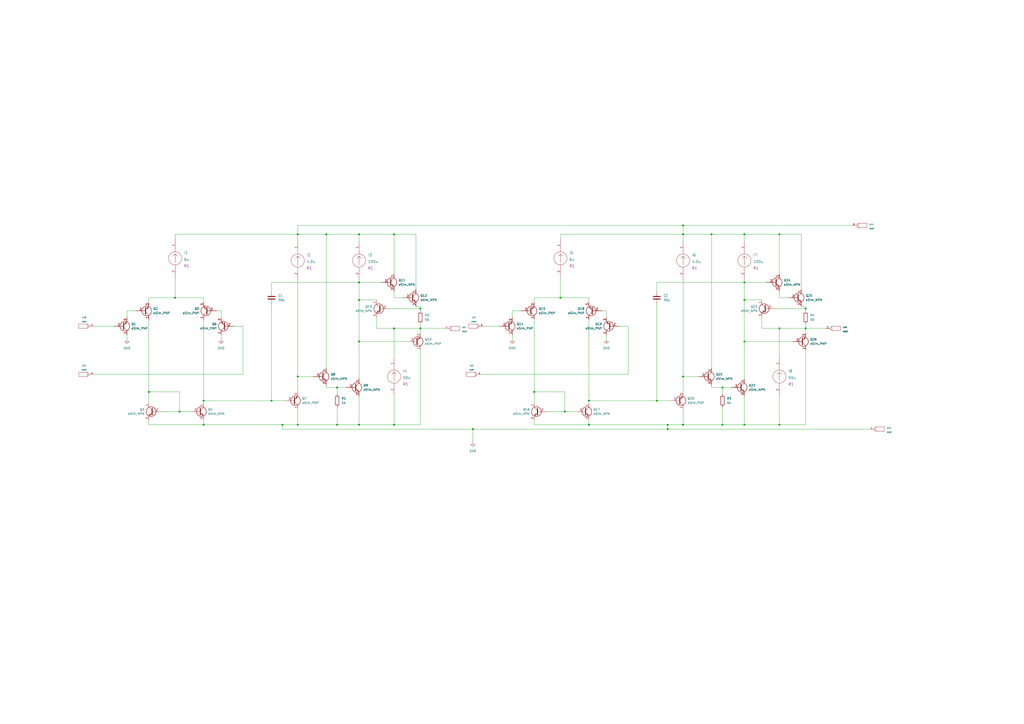
<source format=kicad_sch>
(kicad_sch (version 20211123) (generator eeschema)
  (paper "A2")
  (lib_symbols
    (symbol "eSim_Devices:capacitor" (pin_numbers hide) (pin_names (offset 0.254))
      (property "Reference" "C" (at 0.635 2.54 0))
      (property "Value" "capacitor" (at 0.635 -2.54 0))
      (symbol "capacitor_0_1"
        (polyline (pts (xy -2.032 -0.762) (xy 2.032 -0.762)) (stroke (width 0.508)))
        (polyline (pts (xy -2.032 0.762) (xy 2.032 0.762)) (stroke (width 0.508)))
      )
      (symbol "capacitor_1_1"
        (pin passive line (at 0 3.81 270) (length 2.794) (name "~") (number "1"))
        (pin passive line (at 0 -3.81 90) (length 2.794) (name "~") (number "2"))
      )
    )
    (symbol "eSim_Devices:eSim_NPN" (pin_names (offset 0) hide)
      (property "Reference" "Q" (at -2.54 1.27 0))
      (property "Value" "eSim_NPN" (at -1.27 3.81 0))
      (symbol "eSim_NPN_0_1"
        (polyline (pts (xy 0.635 0.635) (xy 2.54 2.54)))
        (polyline (pts (xy 0.635 -0.635) (xy 2.54 -2.54) (xy 2.54 -2.54)))
        (polyline (pts (xy 0.635 1.905) (xy 0.635 -1.905) (xy 0.635 -1.905)) (stroke (width 0.508)))
        (polyline (pts (xy 1.27 -1.778) (xy 1.778 -1.27) (xy 2.286 -2.286) (xy 1.27 -1.778) (xy 1.27 -1.778)) (fill (type outline)))
        (circle (center 1.27 0) (radius 2.8194) (stroke (width 0.254)))
      )
      (symbol "eSim_NPN_1_1"
        (pin passive line (at 2.54 5.08 270) (length 2.54) (name "C") (number "1"))
        (pin passive line (at -5.08 0 0) (length 5.715) (name "B") (number "2"))
        (pin passive line (at 2.54 -5.08 90) (length 2.54) (name "E") (number "3"))
      )
    )
    (symbol "eSim_Devices:eSim_PNP" (pin_names (offset 0) hide)
      (property "Reference" "Q" (at -2.54 1.27 0))
      (property "Value" "eSim_PNP" (at -1.27 3.81 0))
      (symbol "eSim_PNP_0_1"
        (polyline (pts (xy 0.635 0.635) (xy 2.54 2.54)))
        (polyline (pts (xy 0.635 -0.635) (xy 2.54 -2.54) (xy 2.54 -2.54)))
        (polyline (pts (xy 0.635 1.905) (xy 0.635 -1.905) (xy 0.635 -1.905)) (stroke (width 0.508)))
        (polyline (pts (xy 2.286 -1.778) (xy 1.778 -2.286) (xy 1.27 -1.27) (xy 2.286 -1.778) (xy 2.286 -1.778)) (fill (type outline)))
        (circle (center 1.27 0) (radius 2.8194) (stroke (width 0.254)))
      )
      (symbol "eSim_PNP_1_1"
        (pin passive line (at 2.54 5.08 270) (length 2.54) (name "C") (number "1"))
        (pin passive line (at -5.08 0 0) (length 5.715) (name "B") (number "2"))
        (pin passive line (at 2.54 -5.08 90) (length 2.54) (name "E") (number "3"))
      )
    )
    (symbol "eSim_Devices:resistor" (pin_numbers hide) (pin_names (offset 0))
      (property "Reference" "R" (at 1.27 3.302 0))
      (property "Value" "resistor" (at 1.27 -1.27 0))
      (symbol "resistor_0_1"
        (rectangle (start 3.81 0.254) (end -1.27 2.286) (stroke (width 0.254)))
      )
      (symbol "resistor_1_1"
        (pin passive line (at -2.54 1.27 0) (length 1.27) (name "~") (number "1"))
        (pin passive line (at 5.08 1.27 180) (length 1.27) (name "~") (number "2"))
      )
    )
    (symbol "eSim_Miscellaneous:PORT" (pin_names (offset 1.016))
      (property "Reference" "U" (at 1.27 2.54 0))
      (property "Value" "PORT" (at 0 0 0))
      (symbol "PORT_0_1"
        (rectangle (start -2.54 1.27) (end 2.54 -1.27))
        (arc (start 2.54 1.27) (mid 3.1355 0.5955) (end 3.81 0))
        (arc (start 3.81 0) (mid 3.1447 -0.6046) (end 2.54 -1.27))
      )
      (symbol "PORT_1_1"
        (pin bidirectional line (at 6.35 0 180) (length 2.54) (name "~") (number "1"))
      )
      (symbol "PORT_2_1"
        (pin bidirectional line (at 6.35 0 180) (length 2.54) (name "~") (number "2"))
      )
      (symbol "PORT_3_1"
        (pin bidirectional line (at 6.35 0 180) (length 2.54) (name "~") (number "3"))
      )
      (symbol "PORT_4_1"
        (pin bidirectional line (at 6.35 0 180) (length 2.54) (name "~") (number "4"))
      )
      (symbol "PORT_5_1"
        (pin bidirectional line (at 6.35 0 180) (length 2.54) (name "~") (number "5"))
      )
      (symbol "PORT_6_1"
        (pin bidirectional line (at 6.35 0 180) (length 2.54) (name "~") (number "6"))
      )
      (symbol "PORT_7_1"
        (pin bidirectional line (at 6.35 0 180) (length 2.54) (name "~") (number "7"))
      )
      (symbol "PORT_8_1"
        (pin bidirectional line (at 6.35 0 180) (length 2.54) (name "~") (number "8"))
      )
      (symbol "PORT_9_1"
        (pin bidirectional line (at 6.35 0 180) (length 2.54) (name "~") (number "9"))
      )
      (symbol "PORT_10_1"
        (pin bidirectional line (at 6.35 0 180) (length 2.54) (name "~") (number "10"))
      )
      (symbol "PORT_11_1"
        (pin bidirectional line (at 6.35 0 180) (length 2.54) (name "~") (number "11"))
      )
      (symbol "PORT_12_1"
        (pin bidirectional line (at 6.35 0 180) (length 2.54) (name "~") (number "12"))
      )
      (symbol "PORT_13_1"
        (pin bidirectional line (at 6.35 0 180) (length 2.54) (name "~") (number "13"))
      )
      (symbol "PORT_14_1"
        (pin bidirectional line (at 6.35 0 180) (length 2.54) (name "~") (number "14"))
      )
      (symbol "PORT_15_1"
        (pin bidirectional line (at 6.35 0 180) (length 2.54) (name "~") (number "15"))
      )
      (symbol "PORT_16_1"
        (pin bidirectional line (at 6.35 0 180) (length 2.54) (name "~") (number "16"))
      )
      (symbol "PORT_17_1"
        (pin bidirectional line (at 6.35 0 180) (length 2.54) (name "~") (number "17"))
      )
      (symbol "PORT_18_1"
        (pin bidirectional line (at 6.35 0 180) (length 2.54) (name "~") (number "18"))
      )
      (symbol "PORT_19_1"
        (pin bidirectional line (at 6.35 0 180) (length 2.54) (name "~") (number "19"))
      )
      (symbol "PORT_20_1"
        (pin bidirectional line (at 6.35 0 180) (length 2.54) (name "~") (number "20"))
      )
      (symbol "PORT_21_1"
        (pin bidirectional line (at 6.35 0 180) (length 2.54) (name "~") (number "21"))
      )
      (symbol "PORT_22_1"
        (pin bidirectional line (at 6.35 0 180) (length 2.54) (name "~") (number "22"))
      )
      (symbol "PORT_23_1"
        (pin bidirectional line (at 6.35 0 180) (length 2.54) (name "~") (number "23"))
      )
      (symbol "PORT_24_1"
        (pin bidirectional line (at 6.35 0 180) (length 2.54) (name "~") (number "24"))
      )
      (symbol "PORT_25_1"
        (pin bidirectional line (at 6.35 0 180) (length 2.54) (name "~") (number "25"))
      )
      (symbol "PORT_26_1"
        (pin bidirectional line (at 6.35 0 180) (length 2.54) (name "~") (number "26"))
      )
    )
    (symbol "eSim_Power:eSim_GND" (power) (pin_names (offset 0))
      (property "Value" "eSim_GND" (at 0 -3.81 0))
      (symbol "eSim_GND_0_1"
        (polyline (pts (xy 0 0) (xy 0 -1.27) (xy 1.27 -1.27) (xy 0 -2.54) (xy -1.27 -1.27) (xy 0 -1.27)))
      )
      (symbol "eSim_GND_1_1"
        (pin power_in line (at 0 0 270) (length 0) hide (name "GND") (number "1"))
      )
    )
    (symbol "eSim_Sources:dc" (pin_names (offset 1.016))
      (property "Reference" "I" (at -5.08 2.54 0))
      (property "Value" "dc" (at -5.08 -1.27 0))
      (property "Footprint" "R1" (at -7.62 0 0))
      (symbol "dc_0_1"
        (polyline (pts (xy 0 -2.54) (xy 0 -2.54)))
        (polyline (pts (xy 0 2.54) (xy -1.27 1.27)))
        (polyline (pts (xy 0 2.54) (xy 0 -2.54)))
        (polyline (pts (xy 0 2.54) (xy 1.27 1.27)))
        (circle (center 0 0) (radius 3.81))
      )
      (symbol "dc_1_1"
        (pin passive line (at 0 11.43 270) (length 7.62) (name "~") (number "1"))
        (pin passive line (at 0 -11.43 90) (length 7.62) (name "~") (number "2"))
      )
    )
  )
  (junction (at 381 232.41))
  (junction (at 419.1 224.79))
  (junction (at 419.1 246.38))
  (junction (at 208.28 198.12))
  (junction (at 228.6 135.89))
  (junction (at 172.72 246.38))
  (junction (at 274.32 248.92))
  (junction (at 452.12 246.38))
  (junction (at 243.84 190.5))
  (junction (at 163.83 246.38))
  (junction (at 431.8 246.38))
  (junction (at 118.11 246.38))
  (junction (at 309.88 227.33))
  (junction (at 118.11 232.41))
  (junction (at 208.28 135.89))
  (junction (at 387.35 248.92))
  (junction (at 452.12 190.5))
  (junction (at 157.48 232.41))
  (junction (at 195.58 224.79))
  (junction (at 327.66 238.76))
  (junction (at 243.84 179.07))
  (junction (at 208.28 246.38))
  (junction (at 228.6 190.5))
  (junction (at 228.6 246.38))
  (junction (at 101.6 172.72))
  (junction (at 172.72 135.89))
  (junction (at 208.28 173.99))
  (junction (at 86.36 227.33))
  (junction (at 412.75 135.89))
  (junction (at 195.58 246.38))
  (junction (at 431.8 198.12))
  (junction (at 431.8 173.99))
  (junction (at 467.36 179.07))
  (junction (at 396.24 218.44))
  (junction (at 387.35 246.38))
  (junction (at 325.12 172.72))
  (junction (at 452.12 135.89))
  (junction (at 341.63 232.41))
  (junction (at 396.24 130.81))
  (junction (at 208.28 163.83))
  (junction (at 189.23 135.89))
  (junction (at 341.63 246.38))
  (junction (at 396.24 246.38))
  (junction (at 431.8 135.89))
  (junction (at 467.36 190.5))
  (junction (at 396.24 135.89))
  (junction (at 431.8 163.83))
  (junction (at 104.14 238.76))
  (junction (at 172.72 218.44))
  (wire (pts (xy 228.6 190.5) (xy 243.84 190.5)))
  (wire (pts (xy 431.8 163.83) (xy 431.8 173.99)))
  (wire (pts (xy 341.63 246.38) (xy 387.35 246.38)))
  (wire (pts (xy 419.1 246.38) (xy 431.8 246.38)))
  (wire (pts (xy 104.14 227.33) (xy 86.36 227.33)))
  (wire (pts (xy 441.96 190.5) (xy 452.12 190.5)))
  (wire (pts (xy 243.84 190.5) (xy 243.84 193.04)))
  (wire (pts (xy 172.72 218.44) (xy 181.61 218.44)))
  (wire (pts (xy 157.48 163.83) (xy 208.28 163.83)))
  (wire (pts (xy 387.35 246.38) (xy 396.24 246.38)))
  (wire (pts (xy 309.88 243.84) (xy 309.88 246.38)))
  (wire (pts (xy 228.6 190.5) (xy 228.6 207.01)))
  (wire (pts (xy 86.36 243.84) (xy 86.36 246.38)))
  (wire (pts (xy 93.98 238.76) (xy 104.14 238.76)))
  (wire (pts (xy 118.11 243.84) (xy 118.11 246.38)))
  (wire (pts (xy 431.8 173.99) (xy 431.8 198.12)))
  (wire (pts (xy 226.06 179.07) (xy 243.84 179.07)))
  (wire (pts (xy 163.83 248.92) (xy 274.32 248.92)))
  (wire (pts (xy 279.4 217.17) (xy 364.49 217.17)))
  (wire (pts (xy 467.36 179.07) (xy 467.36 180.34)))
  (wire (pts (xy 189.23 135.89) (xy 208.28 135.89)))
  (wire (pts (xy 441.96 184.15) (xy 441.96 190.5)))
  (wire (pts (xy 172.72 246.38) (xy 195.58 246.38)))
  (wire (pts (xy 452.12 168.91) (xy 452.12 172.72)))
  (wire (pts (xy 412.75 224.79) (xy 419.1 224.79)))
  (wire (pts (xy 359.41 189.23) (xy 364.49 189.23)))
  (wire (pts (xy 467.36 187.96) (xy 467.36 190.5)))
  (wire (pts (xy 172.72 135.89) (xy 172.72 139.7)))
  (wire (pts (xy 208.28 163.83) (xy 220.98 163.83)))
  (wire (pts (xy 73.66 194.31) (xy 73.66 196.85)))
  (wire (pts (xy 86.36 246.38) (xy 118.11 246.38)))
  (wire (pts (xy 396.24 237.49) (xy 396.24 246.38)))
  (wire (pts (xy 341.63 172.72) (xy 341.63 175.26)))
  (wire (pts (xy 341.63 232.41) (xy 381 232.41)))
  (wire (pts (xy 452.12 190.5) (xy 467.36 190.5)))
  (wire (pts (xy 195.58 224.79) (xy 195.58 228.6)))
  (wire (pts (xy 381 176.53) (xy 381 232.41)))
  (wire (pts (xy 157.48 232.41) (xy 165.1 232.41)))
  (wire (pts (xy 297.18 194.31) (xy 297.18 196.85)))
  (wire (pts (xy 396.24 218.44) (xy 405.13 218.44)))
  (wire (pts (xy 189.23 135.89) (xy 189.23 213.36)))
  (wire (pts (xy 54.61 189.23) (xy 66.04 189.23)))
  (wire (pts (xy 118.11 172.72) (xy 118.11 175.26)))
  (wire (pts (xy 412.75 135.89) (xy 431.8 135.89)))
  (wire (pts (xy 431.8 198.12) (xy 431.8 219.71)))
  (wire (pts (xy 73.66 184.15) (xy 73.66 180.34)))
  (wire (pts (xy 381 232.41) (xy 388.62 232.41)))
  (wire (pts (xy 297.18 184.15) (xy 297.18 180.34)))
  (wire (pts (xy 419.1 224.79) (xy 424.18 224.79)))
  (wire (pts (xy 431.8 163.83) (xy 444.5 163.83)))
  (wire (pts (xy 419.1 236.22) (xy 419.1 246.38)))
  (wire (pts (xy 396.24 130.81) (xy 494.03 130.81)))
  (wire (pts (xy 431.8 162.56) (xy 431.8 163.83)))
  (wire (pts (xy 467.36 190.5) (xy 467.36 193.04)))
  (wire (pts (xy 125.73 180.34) (xy 128.27 180.34)))
  (wire (pts (xy 195.58 236.22) (xy 195.58 246.38)))
  (wire (pts (xy 241.3 167.64) (xy 241.3 135.89)))
  (wire (pts (xy 172.72 218.44) (xy 172.72 227.33)))
  (wire (pts (xy 243.84 190.5) (xy 257.81 190.5)))
  (wire (pts (xy 228.6 135.89) (xy 208.28 135.89)))
  (wire (pts (xy 241.3 177.8) (xy 243.84 177.8)))
  (wire (pts (xy 208.28 173.99) (xy 208.28 198.12)))
  (wire (pts (xy 274.32 248.92) (xy 387.35 248.92)))
  (wire (pts (xy 218.44 184.15) (xy 218.44 190.5)))
  (wire (pts (xy 208.28 246.38) (xy 228.6 246.38)))
  (wire (pts (xy 208.28 173.99) (xy 218.44 173.99)))
  (wire (pts (xy 396.24 246.38) (xy 419.1 246.38)))
  (wire (pts (xy 419.1 224.79) (xy 419.1 228.6)))
  (wire (pts (xy 73.66 180.34) (xy 78.74 180.34)))
  (wire (pts (xy 396.24 162.56) (xy 396.24 218.44)))
  (wire (pts (xy 364.49 189.23) (xy 364.49 217.17)))
  (wire (pts (xy 101.6 172.72) (xy 118.11 172.72)))
  (wire (pts (xy 449.58 179.07) (xy 467.36 179.07)))
  (wire (pts (xy 243.84 179.07) (xy 243.84 180.34)))
  (wire (pts (xy 341.63 185.42) (xy 341.63 232.41)))
  (wire (pts (xy 172.72 130.81) (xy 396.24 130.81)))
  (wire (pts (xy 172.72 130.81) (xy 172.72 135.89)))
  (wire (pts (xy 396.24 135.89) (xy 412.75 135.89)))
  (wire (pts (xy 243.84 187.96) (xy 243.84 190.5)))
  (wire (pts (xy 163.83 248.92) (xy 163.83 246.38)))
  (wire (pts (xy 309.88 227.33) (xy 309.88 233.68)))
  (wire (pts (xy 228.6 246.38) (xy 243.84 246.38)))
  (wire (pts (xy 280.67 189.23) (xy 289.56 189.23)))
  (wire (pts (xy 431.8 246.38) (xy 452.12 246.38)))
  (wire (pts (xy 241.3 135.89) (xy 228.6 135.89)))
  (wire (pts (xy 243.84 177.8) (xy 243.84 179.07)))
  (wire (pts (xy 101.6 135.89) (xy 172.72 135.89)))
  (wire (pts (xy 228.6 172.72) (xy 233.68 172.72)))
  (wire (pts (xy 327.66 238.76) (xy 334.01 238.76)))
  (wire (pts (xy 274.32 248.92) (xy 274.32 256.54)))
  (wire (pts (xy 104.14 238.76) (xy 110.49 238.76)))
  (wire (pts (xy 189.23 223.52) (xy 189.23 224.79)))
  (wire (pts (xy 309.88 185.42) (xy 309.88 227.33)))
  (wire (pts (xy 325.12 138.43) (xy 325.12 135.89)))
  (wire (pts (xy 431.8 229.87) (xy 431.8 246.38)))
  (wire (pts (xy 452.12 135.89) (xy 431.8 135.89)))
  (wire (pts (xy 467.36 177.8) (xy 467.36 179.07)))
  (wire (pts (xy 118.11 246.38) (xy 163.83 246.38)))
  (wire (pts (xy 172.72 135.89) (xy 189.23 135.89)))
  (wire (pts (xy 351.79 180.34) (xy 351.79 184.15)))
  (wire (pts (xy 317.5 238.76) (xy 327.66 238.76)))
  (wire (pts (xy 464.82 135.89) (xy 452.12 135.89)))
  (wire (pts (xy 243.84 246.38) (xy 243.84 203.2)))
  (wire (pts (xy 189.23 224.79) (xy 195.58 224.79)))
  (wire (pts (xy 228.6 168.91) (xy 228.6 172.72)))
  (wire (pts (xy 381 163.83) (xy 431.8 163.83)))
  (wire (pts (xy 341.63 243.84) (xy 341.63 246.38)))
  (wire (pts (xy 431.8 173.99) (xy 441.96 173.99)))
  (wire (pts (xy 467.36 246.38) (xy 467.36 203.2)))
  (wire (pts (xy 118.11 185.42) (xy 118.11 232.41)))
  (wire (pts (xy 172.72 162.56) (xy 172.72 218.44)))
  (wire (pts (xy 101.6 138.43) (xy 101.6 135.89)))
  (wire (pts (xy 341.63 232.41) (xy 341.63 233.68)))
  (wire (pts (xy 228.6 135.89) (xy 228.6 158.75)))
  (wire (pts (xy 128.27 194.31) (xy 128.27 196.85)))
  (wire (pts (xy 208.28 135.89) (xy 208.28 139.7)))
  (wire (pts (xy 381 168.91) (xy 381 163.83)))
  (wire (pts (xy 309.88 175.26) (xy 309.88 172.72)))
  (wire (pts (xy 218.44 190.5) (xy 228.6 190.5)))
  (wire (pts (xy 128.27 180.34) (xy 128.27 184.15)))
  (wire (pts (xy 104.14 238.76) (xy 104.14 227.33)))
  (wire (pts (xy 452.12 229.87) (xy 452.12 246.38)))
  (wire (pts (xy 387.35 248.92) (xy 387.35 246.38)))
  (wire (pts (xy 396.24 218.44) (xy 396.24 227.33)))
  (wire (pts (xy 118.11 232.41) (xy 157.48 232.41)))
  (wire (pts (xy 163.83 246.38) (xy 172.72 246.38)))
  (wire (pts (xy 228.6 229.87) (xy 228.6 246.38)))
  (wire (pts (xy 118.11 232.41) (xy 118.11 233.68)))
  (wire (pts (xy 412.75 135.89) (xy 412.75 213.36)))
  (wire (pts (xy 208.28 163.83) (xy 208.28 173.99)))
  (wire (pts (xy 297.18 180.34) (xy 302.26 180.34)))
  (wire (pts (xy 349.25 180.34) (xy 351.79 180.34)))
  (wire (pts (xy 452.12 172.72) (xy 457.2 172.72)))
  (wire (pts (xy 431.8 135.89) (xy 431.8 139.7)))
  (wire (pts (xy 464.82 177.8) (xy 467.36 177.8)))
  (wire (pts (xy 387.35 248.92) (xy 504.19 248.92)))
  (wire (pts (xy 86.36 185.42) (xy 86.36 227.33)))
  (wire (pts (xy 351.79 194.31) (xy 351.79 196.85)))
  (wire (pts (xy 467.36 190.5) (xy 478.79 190.5)))
  (wire (pts (xy 208.28 198.12) (xy 236.22 198.12)))
  (wire (pts (xy 157.48 176.53) (xy 157.48 232.41)))
  (wire (pts (xy 396.24 130.81) (xy 396.24 135.89)))
  (wire (pts (xy 309.88 172.72) (xy 325.12 172.72)))
  (wire (pts (xy 157.48 168.91) (xy 157.48 163.83)))
  (wire (pts (xy 195.58 224.79) (xy 200.66 224.79)))
  (wire (pts (xy 86.36 175.26) (xy 86.36 172.72)))
  (wire (pts (xy 140.97 189.23) (xy 140.97 217.17)))
  (wire (pts (xy 208.28 198.12) (xy 208.28 219.71)))
  (wire (pts (xy 325.12 172.72) (xy 341.63 172.72)))
  (wire (pts (xy 86.36 172.72) (xy 101.6 172.72)))
  (wire (pts (xy 327.66 238.76) (xy 327.66 227.33)))
  (wire (pts (xy 396.24 135.89) (xy 396.24 139.7)))
  (wire (pts (xy 208.28 229.87) (xy 208.28 246.38)))
  (wire (pts (xy 325.12 161.29) (xy 325.12 172.72)))
  (wire (pts (xy 452.12 246.38) (xy 467.36 246.38)))
  (wire (pts (xy 54.61 217.17) (xy 140.97 217.17)))
  (wire (pts (xy 208.28 162.56) (xy 208.28 163.83)))
  (wire (pts (xy 464.82 167.64) (xy 464.82 135.89)))
  (wire (pts (xy 327.66 227.33) (xy 309.88 227.33)))
  (wire (pts (xy 325.12 135.89) (xy 396.24 135.89)))
  (wire (pts (xy 431.8 198.12) (xy 459.74 198.12)))
  (wire (pts (xy 452.12 135.89) (xy 452.12 158.75)))
  (wire (pts (xy 412.75 223.52) (xy 412.75 224.79)))
  (wire (pts (xy 86.36 227.33) (xy 86.36 233.68)))
  (wire (pts (xy 452.12 190.5) (xy 452.12 207.01)))
  (wire (pts (xy 101.6 161.29) (xy 101.6 172.72)))
  (wire (pts (xy 195.58 246.38) (xy 208.28 246.38)))
  (wire (pts (xy 135.89 189.23) (xy 140.97 189.23)))
  (wire (pts (xy 172.72 237.49) (xy 172.72 246.38)))
  (wire (pts (xy 309.88 246.38) (xy 341.63 246.38)))
  (symbol (lib_id "eSim_Sources:dc") (at 396.24 151.13 0) (unit 1)
    (property "Reference" "I6" (at 401.32 147.955 0) (effects (font (size 1.524 1.524)) (justify left)))
    (property "Value" "4.0u" (at 401.32 151.765 0) (effects (font (size 1.524 1.524)) (justify left)))
    (property "Footprint" "R1" (at 401.32 155.575 0) (effects (font (size 1.524 1.524)) (justify left)))
  )
  (symbol (lib_id "eSim_Miscellaneous:PORT") (at 48.26 189.23 0) (unit 2)
    (property "Reference" "U1" (at 48.895 184.15 0) (effects (font (size 0.762 0.762))))
    (property "Value" "PORT" (at 48.895 186.69 0) (effects (font (size 0.762 0.762))))
  )
  (symbol (lib_id "eSim_Devices:eSim_PNP") (at 241.3 198.12 0) (mirror x) (unit 1)
    (property "Reference" "Q13" (at 246.38 196.8499 0) (effects (justify left)))
    (property "Value" "eSim_PNP" (at 246.38 199.3899 0) (effects (justify left)))
  )
  (symbol (lib_id "eSim_Sources:dc") (at 452.12 218.44 0) (unit 1)
    (property "Reference" "I8" (at 457.2 215.265 0) (effects (font (size 1.524 1.524)) (justify left)))
    (property "Value" "50u" (at 457.2 219.075 0) (effects (font (size 1.524 1.524)) (justify left)))
    (property "Footprint" "R1" (at 457.2 222.885 0) (effects (font (size 1.524 1.524)) (justify left)))
  )
  (symbol (lib_id "eSim_Devices:eSim_NPN") (at 339.09 238.76 0) (unit 1)
    (property "Reference" "Q17" (at 344.17 237.4899 0) (effects (justify left)))
    (property "Value" "eSim_NPN" (at 344.17 240.0299 0) (effects (justify left)))
  )
  (symbol (lib_id "eSim_Devices:capacitor") (at 381 172.72 180) (unit 1)
    (property "Reference" "C2" (at 384.81 171.4499 0) (effects (justify right)))
    (property "Value" "30p" (at 384.81 173.9899 0) (effects (justify right)))
  )
  (symbol (lib_id "eSim_Devices:capacitor") (at 157.48 172.72 180) (unit 1)
    (property "Reference" "C1" (at 161.29 171.4499 0) (effects (justify right)))
    (property "Value" "30p" (at 161.29 173.9899 0) (effects (justify right)))
  )
  (symbol (lib_id "eSim_Sources:dc") (at 101.6 149.86 0) (unit 1)
    (property "Reference" "I1" (at 106.68 146.685 0) (effects (font (size 1.524 1.524)) (justify left)))
    (property "Value" "6u" (at 106.68 150.495 0) (effects (font (size 1.524 1.524)) (justify left)))
    (property "Footprint" "R1" (at 106.68 154.305 0) (effects (font (size 1.524 1.524)) (justify left)))
  )
  (symbol (lib_id "eSim_Power:eSim_GND") (at 73.66 196.85 0) (unit 1)
    (property "Reference" "#PWR01" (effects hide))
    (property "Value" "eSim_GND" (at 73.66 201.93 0))
  )
  (symbol (lib_id "eSim_Power:eSim_GND") (at 351.79 196.85 0) (unit 1)
    (property "Reference" "#PWR05" (effects hide))
    (property "Value" "eSim_GND" (at 351.79 201.93 0))
  )
  (symbol (lib_id "eSim_Devices:eSim_PNP") (at 344.17 180.34 180) (unit 1)
    (property "Reference" "Q18" (at 339.09 179.0699 0) (effects (justify left)))
    (property "Value" "eSim_PNP" (at 339.09 181.6099 0) (effects (justify left)))
  )
  (symbol (lib_id "eSim_Devices:eSim_NPN") (at 410.21 218.44 0) (unit 1)
    (property "Reference" "Q21" (at 415.29 217.1699 0) (effects (justify left)))
    (property "Value" "eSim_NPN" (at 415.29 219.7099 0) (effects (justify left)))
  )
  (symbol (lib_id "eSim_Devices:eSim_PNP") (at 294.64 189.23 0) (mirror x) (unit 1)
    (property "Reference" "Q14" (at 299.72 187.9599 0) (effects (justify left)))
    (property "Value" "eSim_PNP" (at 299.72 190.4999 0) (effects (justify left)))
  )
  (symbol (lib_id "eSim_Miscellaneous:PORT") (at 264.16 190.5 180) (unit 1)
    (property "Reference" "U1" (at 267.97 189.865 0) (effects (font (size 0.762 0.762)) (justify right)))
    (property "Value" "PORT" (at 267.97 192.405 0) (effects (font (size 0.762 0.762)) (justify right)))
  )
  (symbol (lib_id "eSim_Devices:eSim_NPN") (at 205.74 224.79 0) (unit 1)
    (property "Reference" "Q9" (at 210.82 223.5199 0) (effects (justify left)))
    (property "Value" "eSim_NPN" (at 210.82 226.0599 0) (effects (justify left)))
  )
  (symbol (lib_id "eSim_Miscellaneous:PORT") (at 510.54 248.92 180) (unit 4)
    (property "Reference" "U1" (at 514.35 248.285 0) (effects (font (size 0.762 0.762)) (justify right)))
    (property "Value" "PORT" (at 514.35 250.825 0) (effects (font (size 0.762 0.762)) (justify right)))
  )
  (symbol (lib_id "eSim_Sources:dc") (at 172.72 151.13 0) (unit 1)
    (property "Reference" "I2" (at 177.8 147.955 0) (effects (font (size 1.524 1.524)) (justify left)))
    (property "Value" "4.0u" (at 177.8 151.765 0) (effects (font (size 1.524 1.524)) (justify left)))
    (property "Footprint" "R1" (at 177.8 155.575 0) (effects (font (size 1.524 1.524)) (justify left)))
  )
  (symbol (lib_id "eSim_Miscellaneous:PORT") (at 273.05 217.17 0) (unit 5)
    (property "Reference" "U1" (at 273.685 212.09 0) (effects (font (size 0.762 0.762))))
    (property "Value" "PORT" (at 273.685 214.63 0) (effects (font (size 0.762 0.762))))
  )
  (symbol (lib_id "eSim_Miscellaneous:PORT") (at 500.38 130.81 180) (unit 8)
    (property "Reference" "U1" (at 504.19 130.175 0) (effects (font (size 0.762 0.762)) (justify right)))
    (property "Value" "PORT" (at 504.19 132.715 0) (effects (font (size 0.762 0.762)) (justify right)))
  )
  (symbol (lib_id "eSim_Devices:eSim_PNP") (at 393.7 232.41 0) (mirror x) (unit 1)
    (property "Reference" "Q20" (at 398.78 231.1399 0) (effects (justify left)))
    (property "Value" "eSim_PNP" (at 398.78 233.6799 0) (effects (justify left)))
  )
  (symbol (lib_id "eSim_Devices:eSim_PNP") (at 130.81 189.23 180) (unit 1)
    (property "Reference" "Q6" (at 125.73 187.9599 0) (effects (justify left)))
    (property "Value" "eSim_PNP" (at 125.73 190.4999 0) (effects (justify left)))
  )
  (symbol (lib_id "eSim_Sources:dc") (at 228.6 218.44 0) (unit 1)
    (property "Reference" "I4" (at 233.68 215.265 0) (effects (font (size 1.524 1.524)) (justify left)))
    (property "Value" "50u" (at 233.68 219.075 0) (effects (font (size 1.524 1.524)) (justify left)))
    (property "Footprint" "R1" (at 233.68 222.885 0) (effects (font (size 1.524 1.524)) (justify left)))
  )
  (symbol (lib_id "eSim_Power:eSim_GND") (at 274.32 256.54 0) (unit 1)
    (property "Reference" "#PWR03" (effects hide))
    (property "Value" "eSim_GND" (at 274.32 261.62 0))
  )
  (symbol (lib_id "eSim_Devices:resistor") (at 245.11 185.42 90) (unit 1)
    (property "Reference" "R2" (at 246.38 182.8799 90) (effects (justify right)))
    (property "Value" "50" (at 246.38 185.4199 90) (effects (justify right)))
  )
  (symbol (lib_id "eSim_Devices:eSim_PNP") (at 83.82 180.34 0) (mirror x) (unit 1)
    (property "Reference" "Q2" (at 88.9 179.0699 0) (effects (justify left)))
    (property "Value" "eSim_PNP" (at 88.9 181.6099 0) (effects (justify left)))
  )
  (symbol (lib_id "eSim_Power:eSim_GND") (at 128.27 196.85 0) (unit 1)
    (property "Reference" "#PWR02" (effects hide))
    (property "Value" "eSim_GND" (at 128.27 201.93 0))
  )
  (symbol (lib_id "eSim_Devices:resistor") (at 196.85 233.68 90) (unit 1)
    (property "Reference" "R1" (at 198.12 231.1399 90) (effects (justify right)))
    (property "Value" "1k" (at 198.12 233.6799 90) (effects (justify right)))
  )
  (symbol (lib_id "eSim_Miscellaneous:PORT") (at 485.14 190.5 180) (unit 7)
    (property "Reference" "U1" (at 488.95 189.865 0) (effects (font (size 0.762 0.762)) (justify right)))
    (property "Value" "PORT" (at 488.95 192.405 0) (effects (font (size 0.762 0.762)) (justify right)))
  )
  (symbol (lib_id "eSim_Devices:eSim_PNP") (at 307.34 180.34 0) (mirror x) (unit 1)
    (property "Reference" "Q15" (at 312.42 179.0699 0) (effects (justify left)))
    (property "Value" "eSim_PNP" (at 312.42 181.6099 0) (effects (justify left)))
  )
  (symbol (lib_id "eSim_Devices:eSim_PNP") (at 464.82 198.12 0) (mirror x) (unit 1)
    (property "Reference" "Q26" (at 469.9 196.8499 0) (effects (justify left)))
    (property "Value" "eSim_PNP" (at 469.9 199.3899 0) (effects (justify left)))
  )
  (symbol (lib_id "eSim_Devices:eSim_NPN") (at 88.9 238.76 0) (mirror y) (unit 1)
    (property "Reference" "Q3" (at 83.82 237.4899 0) (effects (justify left)))
    (property "Value" "eSim_NPN" (at 83.82 240.0299 0) (effects (justify left)))
  )
  (symbol (lib_id "eSim_Devices:eSim_NPN") (at 312.42 238.76 0) (mirror y) (unit 1)
    (property "Reference" "Q16" (at 307.34 237.4899 0) (effects (justify left)))
    (property "Value" "eSim_NPN" (at 307.34 240.0299 0) (effects (justify left)))
  )
  (symbol (lib_id "eSim_Sources:dc") (at 431.8 151.13 0) (unit 1)
    (property "Reference" "I7" (at 436.88 147.955 0) (effects (font (size 1.524 1.524)) (justify left)))
    (property "Value" "100u" (at 436.88 151.765 0) (effects (font (size 1.524 1.524)) (justify left)))
    (property "Footprint" "R1" (at 436.88 155.575 0) (effects (font (size 1.524 1.524)) (justify left)))
  )
  (symbol (lib_id "eSim_Devices:eSim_PNP") (at 354.33 189.23 180) (unit 1)
    (property "Reference" "Q19" (at 349.25 187.9599 0) (effects (justify left)))
    (property "Value" "eSim_PNP" (at 349.25 190.4999 0) (effects (justify left)))
  )
  (symbol (lib_id "eSim_Devices:eSim_NPN") (at 444.5 179.07 0) (mirror y) (unit 1)
    (property "Reference" "Q23" (at 439.42 177.7999 0) (effects (justify left)))
    (property "Value" "eSim_NPN" (at 439.42 180.3399 0) (effects (justify left)))
  )
  (symbol (lib_id "eSim_Devices:eSim_NPN") (at 115.57 238.76 0) (unit 1)
    (property "Reference" "Q4" (at 120.65 237.4899 0) (effects (justify left)))
    (property "Value" "eSim_NPN" (at 120.65 240.0299 0) (effects (justify left)))
  )
  (symbol (lib_id "eSim_Miscellaneous:PORT") (at 274.32 189.23 0) (unit 6)
    (property "Reference" "U1" (at 274.955 184.15 0) (effects (font (size 0.762 0.762))))
    (property "Value" "PORT" (at 274.955 186.69 0) (effects (font (size 0.762 0.762))))
  )
  (symbol (lib_id "eSim_Devices:eSim_NPN") (at 238.76 172.72 0) (unit 1)
    (property "Reference" "Q12" (at 243.84 171.4499 0) (effects (justify left)))
    (property "Value" "eSim_NPN" (at 243.84 173.9899 0) (effects (justify left)))
  )
  (symbol (lib_id "eSim_Devices:eSim_NPN") (at 462.28 172.72 0) (unit 1)
    (property "Reference" "Q25" (at 467.36 171.4499 0) (effects (justify left)))
    (property "Value" "eSim_NPN" (at 467.36 173.9899 0) (effects (justify left)))
  )
  (symbol (lib_id "eSim_Sources:dc") (at 208.28 151.13 0) (unit 1)
    (property "Reference" "I3" (at 213.36 147.955 0) (effects (font (size 1.524 1.524)) (justify left)))
    (property "Value" "100u" (at 213.36 151.765 0) (effects (font (size 1.524 1.524)) (justify left)))
    (property "Footprint" "R1" (at 213.36 155.575 0) (effects (font (size 1.524 1.524)) (justify left)))
  )
  (symbol (lib_id "eSim_Devices:eSim_NPN") (at 186.69 218.44 0) (unit 1)
    (property "Reference" "Q8" (at 191.77 217.1699 0) (effects (justify left)))
    (property "Value" "eSim_NPN" (at 191.77 219.7099 0) (effects (justify left)))
  )
  (symbol (lib_id "eSim_Devices:eSim_PNP") (at 120.65 180.34 180) (unit 1)
    (property "Reference" "Q5" (at 115.57 179.0699 0) (effects (justify left)))
    (property "Value" "eSim_PNP" (at 115.57 181.6099 0) (effects (justify left)))
  )
  (symbol (lib_id "eSim_Miscellaneous:PORT") (at 48.26 217.17 0) (unit 3)
    (property "Reference" "U1" (at 48.895 212.09 0) (effects (font (size 0.762 0.762))))
    (property "Value" "PORT" (at 48.895 214.63 0) (effects (font (size 0.762 0.762))))
  )
  (symbol (lib_id "eSim_Devices:eSim_NPN") (at 226.06 163.83 0) (unit 1)
    (property "Reference" "Q11" (at 231.14 162.5599 0) (effects (justify left)))
    (property "Value" "eSim_NPN" (at 231.14 165.0999 0) (effects (justify left)))
  )
  (symbol (lib_id "eSim_Devices:resistor") (at 420.37 233.68 90) (unit 1)
    (property "Reference" "R3" (at 421.64 231.1399 90) (effects (justify right)))
    (property "Value" "1k" (at 421.64 233.6799 90) (effects (justify right)))
  )
  (symbol (lib_id "eSim_Power:eSim_GND") (at 297.18 196.85 0) (unit 1)
    (property "Reference" "#PWR04" (effects hide))
    (property "Value" "eSim_GND" (at 297.18 201.93 0))
  )
  (symbol (lib_id "eSim_Devices:eSim_PNP") (at 71.12 189.23 0) (mirror x) (unit 1)
    (property "Reference" "Q1" (at 76.2 187.9599 0) (effects (justify left)))
    (property "Value" "eSim_PNP" (at 76.2 190.4999 0) (effects (justify left)))
  )
  (symbol (lib_id "eSim_Devices:eSim_NPN") (at 449.58 163.83 0) (unit 1)
    (property "Reference" "Q24" (at 454.66 162.5599 0) (effects (justify left)))
    (property "Value" "eSim_NPN" (at 454.66 165.0999 0) (effects (justify left)))
  )
  (symbol (lib_id "eSim_Sources:dc") (at 325.12 149.86 0) (unit 1)
    (property "Reference" "I5" (at 330.2 146.685 0) (effects (font (size 1.524 1.524)) (justify left)))
    (property "Value" "6u" (at 330.2 150.495 0) (effects (font (size 1.524 1.524)) (justify left)))
    (property "Footprint" "R1" (at 330.2 154.305 0) (effects (font (size 1.524 1.524)) (justify left)))
  )
  (symbol (lib_id "eSim_Devices:eSim_PNP") (at 170.18 232.41 0) (mirror x) (unit 1)
    (property "Reference" "Q7" (at 175.26 231.1399 0) (effects (justify left)))
    (property "Value" "eSim_PNP" (at 175.26 233.6799 0) (effects (justify left)))
  )
  (symbol (lib_id "eSim_Devices:resistor") (at 468.63 185.42 90) (unit 1)
    (property "Reference" "R4" (at 469.9 182.8799 90) (effects (justify right)))
    (property "Value" "50" (at 469.9 185.4199 90) (effects (justify right)))
  )
  (symbol (lib_id "eSim_Devices:eSim_NPN") (at 220.98 179.07 0) (mirror y) (unit 1)
    (property "Reference" "Q10" (at 215.9 177.7999 0) (effects (justify left)))
    (property "Value" "eSim_NPN" (at 215.9 180.3399 0) (effects (justify left)))
  )
  (symbol (lib_id "eSim_Devices:eSim_NPN") (at 429.26 224.79 0) (unit 1)
    (property "Reference" "Q22" (at 434.34 223.5199 0) (effects (justify left)))
    (property "Value" "eSim_NPN" (at 434.34 226.0599 0) (effects (justify left)))
  )
)
</source>
